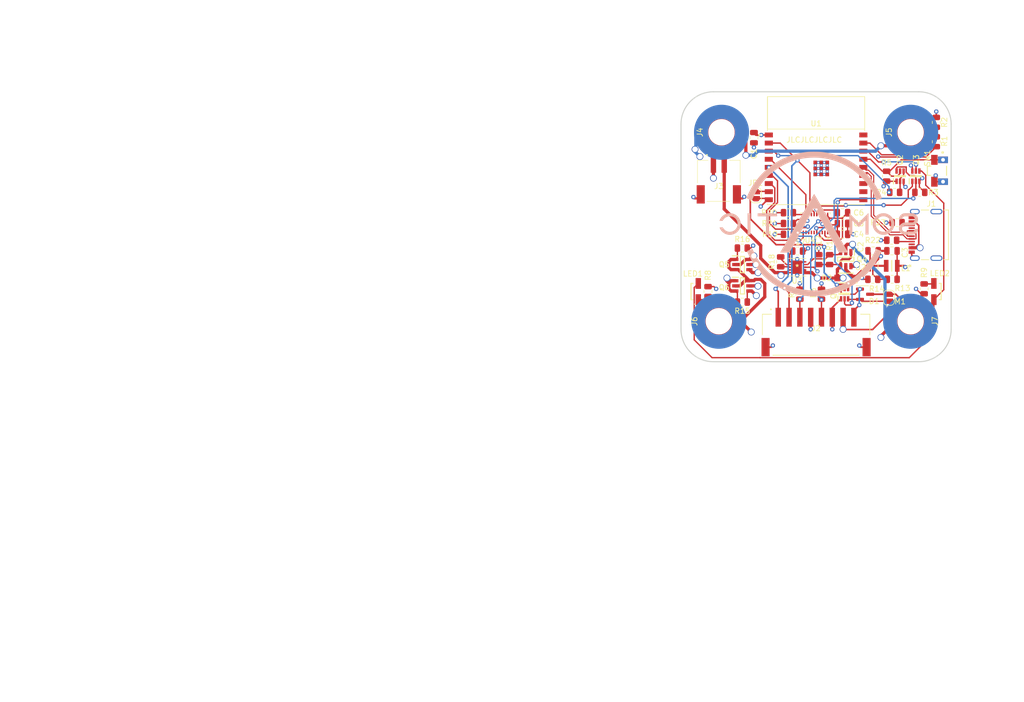
<source format=kicad_pcb>
(kicad_pcb (version 20221018) (generator pcbnew)
  (layers (0 "F.Cu" signal) (1 "In1.Cu" power) (2 "In2.Cu" power) (31 "B.Cu" signal) (34 "B.Paste" user) (35 "F.Paste" user) (36 "B.SilkS" user "B.Silkscreen") (37 "F.SilkS" user "F.Silkscreen") (38 "B.Mask" user) (39 "F.Mask" user) (44 "Edge.Cuts" user))
  (net 0 "")
  (net 1 "GND")
  (net 2 "/Eros Tracker Power & Battery/VIN")
  (net 3 "+3V3")
  (net 4 "Net-(U4-CAP)")
  (net 5 "Net-(U4-PS0{slash}WAKE)")
  (net 6 "/Eros Tracker Connectors/-EXT_MOTOR")
  (net 7 "Net-(M1--)")
  (net 8 "+BATT")
  (net 9 "/Eros Tracker Connectors/VBUS")
  (net 10 "Net-(J1-CC1)")
  (net 11 "/Eros Tracker Connectors/USB_D+")
  (net 12 "/Eros Tracker Connectors/USB_D-")
  (net 14 "Net-(J1-CC2)")
  (net 16 "/Eros Tracker Connectors/INT")
  (net 17 "/Eros Tracker BNO086 IMU/~{RESET}")
  (net 18 "/Eros Tracker BNO086 IMU/I2C_SDA")
  (net 19 "/Eros Tracker BNO086 IMU/I2C_SCL")
  (net 20 "/Eros Tracker Microcontroller/TACT_MOTOR0")
  (net 21 "Net-(U2-SW)")
  (net 22 "Net-(LED1-K)")
  (net 23 "Net-(LED1-A)")
  (net 24 "Net-(LED2-K)")
  (net 25 "/Eros Tracker Microcontroller/TACT_MOTOR1")
  (net 26 "Net-(Q2A-G1)")
  (net 27 "/Eros Tracker Microcontroller/~{BUTTON_INPUT}")
  (net 28 "/Eros Tracker Power & Battery/~{BAT_STAT_CHARGING}")
  (net 29 "/Eros Tracker Microcontroller/~{LED}")
  (net 30 "/Eros Tracker Connectors/VBUS_OUT")
  (net 31 "/Eros Tracker Power & Battery/~{BAT_STAT_CHRG_DONE}")
  (net 32 "/Eros Tracker Connectors/POWER_VIN2")
  (net 33 "/Eros Tracker Connectors/POWER_VIN1")
  (net 34 "Net-(U1-IO1)")
  (net 35 "/Eros Tracker Microcontroller/ENABLE_LATCH")
  (net 36 "Net-(U2-FB)")
  (net 37 "Net-(U3-PROG)")
  (net 38 "Net-(U3-THERM)")
  (net 39 "Net-(U4-~{BOOTN})")
  (net 40 "Net-(U4-ENV_SCL)")
  (net 41 "Net-(U4-ENV_SDA)")
  (net 42 "/Eros Tracker BNO086 IMU/INT")
  (footprint "Eros Tracker:2488x-NPTH" (layer "F.Cu") (at 147 122.5 -90)
    (fp_text reference "J6")
    (fp_text value "24881" hide)
  )
  (footprint "Resistor_SMD:R_0805_2012Metric" (layer "F.Cu") (at 159.8875 102.39814)
    (fp_text reference "R20")
    (fp_text value "2.2k")
  )
  (footprint "Jumper:SolderJumper-2_P1.3mm_Open_RoundedPad1.0x1.5mm" (layer "F.Cu") (at 153.8603 99.15 90)
    (fp_text reference "JP1")
    (fp_text value "BOOT")
  )
  (footprint "Capacitor_SMD:C_0805_2012Metric" (layer "F.Cu") (at 169.8875 102.39814)
    (fp_text reference "C6")
    (fp_text value "0.1uF")
  )
  (footprint "Eros Tracker:ESP32-C3-WROOM-02-N4-MODULE_ESP32-C3-WROOM-02-H4" (layer "F.Cu") (at 165 90.89814)
    (fp_text reference "U1")
    (fp_text value "ESP32-C3-WROOM-02-N4" hide)
  )
  (footprint "Capacitor_SMD:C_0805_2012Metric" (layer "F.Cu") (at 175.55 109.46812)
    (fp_text reference "C2")
    (fp_text value "4.7uF")
  )
  (footprint "Eros Tracker:APDA3020LVBCD" (layer "F.Cu") (at 188 117 -90)
    (fp_text reference "LED2")
    (fp_text value "APDA3020LVBC_D" hide)
  )
  (footprint "Eros Tracker:APDA3020LVBCD" (layer "F.Cu") (at 142 117 90)
    (fp_text reference "LED1")
    (fp_text value "APDA3020LVBC_D" hide)
  )
  (footprint "Resistor_SMD:R_0805_2012Metric" (layer "F.Cu") (at 167.5 111.0875 90)
    (fp_text reference "R11")
    (fp_text value "10k 1%")
  )
  (footprint "Resistor_SMD:R_0805_2012Metric" (layer "F.Cu") (at 187.25 89.2525 90)
    (fp_text reference "R1")
    (fp_text value "45k3 1%")
  )
  (footprint "Eros Tracker:SOT95P285X140-6N" (layer "F.Cu") (at 151.3525 115.95)
    (fp_text reference "Q6")
    (fp_text value "DMC1028UVT-7" hide)
  )
  (footprint "Eros Tracker:2488x-NPTH" (layer "F.Cu") (at 147.5 87.5 -90)
    (fp_text reference "J4")
    (fp_text value "24881" hide)
  )
  (footprint "Capacitor_SMD:C_0805_2012Metric" (layer "F.Cu") (at 169.8875 106.39814)
    (fp_text reference "C4")
    (fp_text value "0.1uF")
  )
  (footprint "Resistor_SMD:R_0805_2012Metric" (layer "F.Cu") (at 159.8875 106.39814)
    (fp_text reference "R19")
    (fp_text value "10k 1%")
  )
  (footprint "Resistor_SMD:R_0805_2012Metric" (layer "F.Cu") (at 178.0497 95.63 -90)
    (fp_text reference "R5")
    (fp_text value "10k 1%")
  )
  (footprint "Eros Tracker:S2BPHSM4TBLFSN" (layer "F.Cu") (at 147 96.5 180)
    (fp_text reference "J3")
    (fp_text value "S2B-PH-SM4-TB(LF)(SN)" hide)
  )
  (footprint "Resistor_SMD:R_0805_2012Metric" (layer "F.Cu") (at 179.08966 114.73406 180)
    (fp_text reference "R13")
    (fp_text value "45k3 1%")
  )
  (footprint "Resistor_SMD:R_0805_2012Metric" (layer "F.Cu") (at 161.587499 109.500001)
    (fp_text reference "R17")
    (fp_text value "835R")
  )
  (footprint "Eros Tracker:2488x-NPTH" (layer "F.Cu") (at 182.5 87.5 90)
    (fp_text reference "J5")
    (fp_text value "24881" hide)
  )
  (footprint "Eros Tracker:SOT95P285X140-6N" (layer "F.Cu") (at 170.5 111 -90)
    (fp_text reference "Q4")
    (fp_text value "DMP2240UDM-7" hide)
  )
  (footprint "Resistor_SMD:R_0805_2012Metric" (layer "F.Cu") (at 179 107.5 180)
    (fp_text reference "R22")
    (fp_text value "5k1")
  )
  (footprint "Eros Tracker:EVQ-9P701P" (layer "F.Cu") (at 187.6997 94.63 -90)
    (fp_text reference "SW1")
    (fp_text value "EVQ-P7A01P" hide)
  )
  (footprint "Resistor_SMD:R_0805_2012Metric" (layer "F.Cu") (at 187.25 85.6625 90)
    (fp_text reference "R2")
    (fp_text value "10k 1%")
  )
  (footprint "Jumper:SolderJumper-2_P1.3mm_Open_RoundedPad1.0x1.5mm" (layer "F.Cu") (at 178.5 118.15 -90)
    (fp_text reference "M1")
    (fp_text value "Motor_DC")
  )
  (footprint "Package_TO_SOT_SMD:SOT-23" (layer "F.Cu") (at 174.0625 117.5)
    (fp_text reference "D1")
    (fp_text value "BAT54C")
  )
  (footprint "Eros Tracker:TPS62A0xA-SOT-563" (layer "F.Cu") (at 175.50216 112.23406 -90)
    (fp_text reference "U2")
    (fp_text value "TPS62A01A" hide)
  )
  (footprint "Resistor_SMD:R_0805_2012Metric" (layer "F.Cu") (at 151.3525 118.95 180)
    (fp_text reference "R15")
    (fp_text value "10k 1%")
  )
  (footprint "Resistor_SMD:R_0805_2012Metric" (layer "F.Cu") (at 180 104.230642 180)
    (fp_text reference "R23")
    (fp_text value "5k1")
  )
  (footprint "Eros Tracker:SOT95P285X140-6N" (layer "F.Cu") (at 151.3525 112)
    (fp_text reference "Q5")
    (fp_text value "DMC1028UVT-7" hide)
  )
  (footprint "Resistor_SMD:R_0805_2012Metric" (layer "F.Cu") (at 175.50216 114.73406 180)
    (fp_text reference "R14")
    (fp_text value "10k 1%")
  )
  (footprint "Eros Tracker:2171790001_MOL" (layer "F.Cu") (at 186 106.5 90)
    (fp_text reference "J1")
    (fp_text value "2171790001")
  )
  (footprint "Eros Tracker:MCP73834-FCI-MF" (layer "F.Cu") (at 161.499999 112.500001 180)
    (fp_text reference "U3")
    (fp_text value "MCP73834-FCI/MF" hide)
  )
  (footprint "Resistor_SMD:R_0805_2012Metric" (layer "F.Cu") (at 185 116.5 -90)
    (fp_text reference "R9")
    (fp_text value "22R")
  )
  (footprint "Eros Tracker:S8BPHSM4TBLFSN" (layer "F.Cu") (at 165 125 180)
    (fp_text reference "J2")
    (fp_text value "S8B-PH-SM4-TB(LF)(SN)" hide)
  )
  (footprint "Capacitor_SMD:C_0805_2012Metric" (layer "F.Cu") (at 179.05 109.46812 180)
    (fp_text reference "C3")
    (fp_text value "22uF")
  )
  (footprint "Capacitor_SMD:C_0805_2012Metric" (layer "F.Cu") (at 169.8875 104.39814)
    (fp_text reference "C5")
    (fp_text value "0.1uF")
  )
  (footprint "Eros Tracker:SOT65P210X110-6N" (layer "F.Cu") (at 180.5497 95.63 90)
    (fp_text reference "Q2")
    (fp_text value "NX138BKSX" hide)
  )
  (footprint "Resistor_SMD:R_0805_2012Metric" (layer "F.Cu") (at 184.1997 98.63 180)
    (fp_text reference "R3")
    (fp_text value "100k")
  )
  (footprint "Resistor_SMD:R_0805_2012Metric" (layer "F.Cu") (at 151.3525 108.95)
    (fp_text reference "R16")
    (fp_text value "10k 1%")
  )
  (footprint "Resistor_SMD:R_0805_2012Metric" (layer "F.Cu") (at 162 117.5 -90)
    (fp_text reference "R7")
    (fp_text value "2.2k")
  )
  (footprint "Eros Tracker:SOT65P210X110-6N" (layer "F.Cu") (at 183.4697 95.63 90)
    (fp_text reference "Q3")
    (fp_text value "DMP31D7LDW-7" hide)
  )
  (footprint "Resistor_SMD:R_0805_2012Metric" (layer "F.Cu") (at 145 117 90)
    (fp_text reference "R8")
    (fp_text value "22R")
  )
  (footprint "Eros Tracker:2488x-NPTH" (layer "F.Cu") (at 182.5 122.5 90)
    (fp_text reference "J7")
    (fp_text value "24881" hide)
  )
  (footprint "Resistor_SMD:R_0805_2012Metric" (layer "F.Cu") (at 159.8875 104.39814)
    (fp_text reference "R21")
    (fp_text value "2.2k")
  )
  (footprint "Resistor_SMD:R_0805_2012Metric" (layer "F.Cu") (at 165.5 111.0875 90)
    (fp_text reference "R12")
    (fp_text value "10k 1%")
  )
  (footprint "Resistor_SMD:R_0805_2012Metric" (layer "F.Cu") (at 179.5497 98.63)
    (fp_text reference "R4")
    (fp_text value "100k")
  )
  (footprint "Capacitor_SMD:C_0805_2012Metric" (layer "F.Cu") (at 153.5 88.5 -90)
    (fp_text reference "C1")
    (fp_text value "0.1uF")
  )
  (footprint "Package_LGA:LGA-28_5.2x3.8mm_P0.5mm" (layer "F.Cu") (at 164.8875 104.39814 180)
    (fp_text reference "U4")
    (fp_text value "BNO086")
  )
  (footprint "Eros Tracker:SOT65P210X110-6N" (layer "F.Cu") (at 170.275 117.4 90)
    (fp_text reference "Q1")
    (fp_text value "NX138BKSX" hide)
  )
  (footprint "Resistor_SMD:R_0805_2012Metric" (layer "F.Cu") (at 158.45 111.500001 90)
    (fp_text reference "R18")
    (fp_text value "10k 1%")
  )
  (footprint "Resistor_SMD:R_0805_2012Metric" (layer "F.Cu") (at 166 117.5 -90)
    (fp_text reference "R6")
    (fp_text value "2.2k")
  )
  (footprint "Eros Tracker:SODFL3618X143N" (layer "F.Cu") (at 170.5 114.5 180)
    (fp_text reference "D2")
    (fp_text value "SS34FA" hide)
  )
  (footprint "Eros Tracker:DFE2HCAH1R0MJ0L" (layer "F.Cu") (at 179.00216 112.23406)
    (fp_text reference "L1")
    (fp_text value "1uH" hide)
  )
  (footprint "Eros Tracker:10mmDisc" (layer "B.Cu") (at 182.5 87.5)
    (fp_text reference "J9" hide)
    (fp_text value "~")
  )
  (footprint "Eros Tracker:10mmDisc" (layer "B.Cu") (at 182.5 122.5 90)
    (fp_text reference "J8" hide)
    (fp_text value "~")
  )
  (footprint "Eros Tracker:10mmDisc" (layer "B.Cu") (at 147.5 87.5 90)
    (fp_text reference "J11" hide)
    (fp_text value "~")
  )
  (footprint "LOGO" (layer "B.Cu") (at 164.8875 104.39814 180)
    (fp_text reference "G***" hide)
    (fp_text value "LOGO" hide)
  )
  (footprint "Eros Tracker:10mmDisc" (layer "B.Cu") (at 147 122.5 -90)
    (fp_text reference "J10" hide)
    (fp_text value "~")
  )
  (gr_line (start 146 80) (end 184 80) (stroke (width 0.2)) (layer "Edge.Cuts"))
  (gr_arc (start 146 130) (mid 141.757359 128.242641) (end 140 124) (stroke (width 0.2)) (layer "Edge.Cuts"))
  (gr_arc (start 190 124) (mid 188.242641 128.242641) (end 184 130) (stroke (width 0.2)) (layer "Edge.Cuts"))
  (gr_arc (start 140 86) (mid 141.757359 81.757359) (end 146 80) (stroke (width 0.2)) (layer "Edge.Cuts"))
  (gr_arc (start 184 80) (mid 188.242641 81.757359) (end 190 86) (stroke (width 0.2)) (layer "Edge.Cuts"))
  (gr_line (start 184 130) (end 146 130) (stroke (width 0.2)) (layer "Edge.Cuts"))
  (gr_line (start 190 86) (end 190 124) (stroke (width 0.2)) (layer "Edge.Cuts"))
  (gr_line (start 140 124) (end 140 86) (stroke (width 0.2)) (layer "Edge.Cuts"))
  (gr_text "JLCJLCJLCJLC" (at 164.65 88.9) (layer "F.SilkS") (effects (font (size 1 1))))
  (segment (start 182.696801 103.300001) (end 182.696801 102.754999) (width 0.3) (layer "F.Cu") (net 1))
  (segment (start 156.7 127.3) (end 157 127) (width 0.3) (layer "F.Cu") (net 1))
  (segment (start 155.65 127.3) (end 156.7 127.3) (width 0.3) (layer "F.Cu") (net 1))
  (segment (start 156.00358 99.99642) (end 154.75 101.25) (width 0.3) (layer "F.Cu") (net 1))
  (segment (start 176.5 111) (end 176 111.5) (width 0.35) (layer "F.Cu") (net 1))
  (segment (start 158.45 110.935824) (end 158.45 110.587501) (width 0.25) (layer "F.Cu") (net 1))
  (segment (start 179.0875 104.230642) (end 178 104.230642) (width 0.3) (layer "F.Cu") (net 1))
  (segment (start 184.4125 117.4125) (end 183.5 116.5) (width 0.25) (layer "F.Cu") (net 1))
  (segment (start 182.696801 102.754999) (end 183.2718 102.18) (width 0.3) (layer "F.Cu") (net 1))
  (segment (start 178.1 109.46812) (end 176.5 109.46812) (width 0.4) (layer "F.Cu") (net 1))
  (segment (start 177.91 96.5425) (end 177.91 97.09) (width 0.25) (layer "F.Cu") (net 1))
  (segment (start 162.5 111.5) (end 161.499999 112.500001) (width 0.25) (layer "F.Cu") (net 1))
  (segment (start 165.5 110.175) (end 165.5 109) (width 0.25) (layer "F.Cu") (net 1))
  (segment (start 178.0872 96.58) (end 178.0497 96.5425) (width 0.25) (layer "F.Cu") (net 1))
  (segment (start 168 121.75) (end 168 119.975) (width 0.3) (layer "F.Cu") (net 1))
  (segment (start 165.164963 105.14814) (end 167.275 105.14814) (width 0.25) (layer "F.Cu") (net 1))
  (segment (start 170.8375 106.39814) (end 171.8875 106.39814) (width 0.25) (layer "F.Cu") (net 1))
  (segment (start 160.102999 112.000002) (end 159.514178 112.000002) (width 0.25) (layer "F.Cu") (net 1))
  (segment (start 170.925 115.575) (end 171 115.5) (width 0.25) (layer "F.Cu") (net 1))
  (segment (start 185 117.4125) (end 184.4125 117.4125) (width 0.25) (layer "F.Cu") (net 1))
  (segment (start 187.25 84.75) (end 187.25 83.6625) (width 0.3) (layer "F.Cu") (net 1))
  (segment (start 161 112.000002) (end 161.499999 112.500001) (width 0.25) (layer "F.Cu") (net 1))
  (segment (start 156.25224 99.99642) (end 156.00358 99.99642) (width 0.3) (layer "F.Cu") (net 1))
  (segment (start 179.8997 96.58) (end 178.0872 96.58) (width 0.25) (layer "F.Cu") (net 1))
  (segment (start 174.58966 114.73406) (end 173.76594 114.73406) (width 0.25) (layer "F.Cu") (net 1))
  (segment (start 173.3 127.3) (end 173 127) (width 0.3) (layer "F.Cu") (net 1))
  (segment (start 153.5 89.25) (end 153.5 90.3) (width 0.25) (layer "F.Cu") (net 1))
  (segment (start 168 119.975) (end 169.625 118.35) (width 0.3) (layer "F.Cu") (net 1))
  (segment (start 176.5 109.96812) (end 177 110.46812) (width 0.4) (layer "F.Cu") (net 1))
  (segment (start 182.696801 109.700001) (end 182.696801 110.245001) (width 0.3) (layer "F.Cu") (net 1))
  (segment (start 165.041333 105.489973) (end 165.1375 105.58614) (width 0.25) (layer "F.Cu") (net 1))
  (segment (start 163.1375 104.14814) (end 163.3875 103.89814) (width 0.25) (layer "F.Cu") (net 1))
  (segment (start 146.0875 116.0875) (end 146.5 116.5) (width 0.25) (layer "F.Cu") (net 1))
  (segment (start 151.693 99.45) (end 151.393 99.75) (width 0.4) (layer "F.Cu") (net 1))
  (segment (start 142.55 99.75) (end 143.65 99.75) (width 0.4) (layer "F.Cu") (net 1))
  (segment (start 165.041333 105.27177) (end 165.164963 105.14814) (width 0.25) (layer "F.Cu") (net 1))
  (segment (start 146 93.25) (end 146 96) (width 0.6) (layer "F.Cu") (net 1))
  (segment (start 174.35 127.3) (end 173.3 127.3) (width 0.3) (layer "F.Cu") (net 1))
  (segment (start 145 116.0875) (end 146.0875 116.0875) (width 0.25) (layer "F.Cu") (net 1))
  (segment (start 162.999999 109.500001) (end 163.499999 109.000001) (width 0.25) (layer "F.Cu") (net 1))
  (segment (start 152.265 108.95) (end 152.9025 108.95) (width 0.25) (layer "F.Cu") (net 1))
  (segment (start 162.5 104.14814) (end 163.1375 104.14814) (width 0.25) (layer "F.Cu") (net 1))
  (segment (start 165.041333 105.27177) (end 165.041333 105.489973) (width 0.25) (layer "F.Cu") (net 1))
  (segment (start 151.393 99.75) (end 150.35 99.75) (width 0.4) (layer "F.Cu") (net 1))
  (segment (start 170.925 116.45) (end 170.925 115.575) (width 0.25) (layer "F.Cu") (net 1))
  (segment (start 142.3 99.5) (end 142.55 99.75) (width 0.4) (layer "F.Cu") (net 1))
  (segment (start 152.6525 112) (end 153.8525 112) (width 0.6) (layer "F.Cu") (net 1))
  (segment (start 178.0875 107.5) (end 178 107.5) (width 0.3) (layer "F.Cu") (net 1))
  (segment (start 161.499999 112.500001) (end 161.499999 111.000001) (width 0.25) (layer "F.Cu") (net 1))
  (segment (start 170.8375 106.39814) (end 170.8375 104.39814) (width 0.25) (layer "F.Cu") (net 1))
  (segment (start 162.896999 111.5) (end 162.5 111.5) (width 0.25) (layer "F.Cu") (net 1))
  (segment (start 176.5 109.46812) (end 176.5 111) (width 0.4) (layer "F.Cu") (net 1))
  (segment (start 160.102999 112.000002) (end 161 112.000002) (width 0.25) (layer "F.Cu") (net 1))
  (segment (start 162.499999 109.500001) (end 162.999999 109.500001) (width 0.25) (layer "F.Cu") (net 1))
  (segment (start 154.2 115.95) (end 152.6525 115.95) (width 0.6) (layer "F.Cu") (net 1))
  (segment (start 177.91 97.09) (end 177.5 97.5) (width 0.25) (layer "F.Cu") (net 1))
  (segment (start 168 121.75) (end 168 124) (width 0.4) (layer "F.Cu") (net 1))
  (segment (start 154.25 116) (end 154.2 115.95) (width 0.6) (layer "F.Cu") (net 1))
  (segment (start 173.76594 114.73406) (end 173.5 114.46812) (width 0.25) (layer "F.Cu") (net 1))
  (segment (start 153.8603 99.74778) (end 156.0036 99.74778) (width 0.25) (layer "F.Cu") (net 1))
  (segment (start 176.5 109.46812) (end 176.5 109.96812) (width 0.4) (layer "F.Cu") (net 1))
  (segment (start 165.1375 105.58614) (end 165.1375 106.06064) (width 0.25) (layer "F.Cu") (net 1))
  (segment (start 182.696801 110.245001) (end 183.2718 110.82) (width 0.3) (layer "F.Cu") (net 1))
  (segment (start 156.0036 99.74778) (end 156.25224 99.99642) (width 0.25) (layer "F.Cu") (net 1))
  (segment (start 178 107.5) (end 177 107.5) (width 0.3) (layer "F.Cu") (net 1))
  (segment (start 159.514178 112.000002) (end 158.45 110.935824) (width 0.25) (layer "F.Cu") (net 1))
  (segment (start 161.499999 112.500001) (end 161.499999 114.000001) (width 0.25) (layer "F.Cu") (net 1))
  (segment (start 152.9025 108.95) (end 153.3525 108.5) (width 0.25) (layer "F.Cu") (net 1))
  (via (at 177.5 97.5) (size 0.8) (drill 0.4) (layers "F.Cu" "B.Cu") (net 1))
  (via (at 153.3525 108.5) (size 0.8) (drill 0.4) (layers "F.Cu" "B.Cu") (net 1))
  (via (at 142.598751 90.656034) (size 1.26) (drill 1) (layers "F.Cu" "B.Cu") (net 1))
  (via (at 153.5 90.3) (size 0.8) (drill 0.4) (layers "F.Cu" "B.Cu") (net 1))
  (via (at 171 115.5) (size 0.8) (drill 0.4) (layers "F.Cu" "B.Cu") (net 1))
  (via (at 187.25 83.6625) (size 0.8) (drill 0.4) (layers "F.Cu" "B.Cu") (net 1))
  (via (at 154.75 101.25) (size 0.8) (drill 0.4) (layers "F.Cu" "B.Cu") (net 1))
  (via (at 161.499999 114.000001) (size 0.8) (drill 0.4) (layers "F.Cu" "B.Cu") (net 1))
  (via (at 146.5 116.5) (size 0.8) (drill 0.4) (layers "F.Cu" "B.Cu") (net 1))
  (via (at 146 96) (size 1.26) (drill 1) (layers "F.Cu" "B.Cu") (net 1))
  (via (at 171.8875 106.39814) (size 0.8) (drill 0.4) (layers "F.Cu" "B.Cu") (net 1))
  (via (at 173.5 114.46812) (size 0.8) (drill 0.4) (layers "F.Cu" "B.Cu") (net 1))
  (via (at 163.499999 109.000001) (size 0.8) (drill 0.4) (layers "F.Cu" "B.Cu") (net 1))
  (via (at 153.8525 112) (size 1.26) (drill 1) (layers "F.Cu" "B.Cu") (net 1))
  (via (at 143.5 92) (size 1.26) (drill 1) (layers "F.Cu" "B.Cu") (net 1))
  (via (at 165.041333 105.27177) (size 0.8) (drill 0.4) (layers "F.Cu" "B.Cu") (net 1))
  (via (at 163.3875 103.89814) (size 0.8) (drill 0.4) (layers "F.Cu" "B.Cu") (net 1))
  (via (at 165.5 109) (size 0.8) (drill 0.4) (layers "F.Cu" "B.Cu") (net 1))
  (via (at 161.499999 111.000001) (size 0.8) (drill 0.4) (layers "F.Cu" "B.Cu") (net 1))
  (via (at 142.3 99.5) (size 0.8) (drill 0.4) (layers "F.Cu" "B.Cu") (net 1))
  (via (at 154.25 116) (size 1.26) (drill 1) (layers "F.Cu" "B.Cu") (net 1))
  (via (at 173 127) (size 0.8) (drill 0.4) (layers "F.Cu" "B.Cu") (net 1))
  (via (at 183.5 116.5) (size 0.8) (drill 0.4) (layers "F.Cu" "B.Cu") (net 1))
  (via (at 151.693 99.45) (size 0.8) (drill 0.4) (layers "F.Cu" "B.Cu") (net 1))
  (via (at 177 107.5) (size 0.8) (drill 0.4) (layers "F.Cu" "B.Cu") (net 1))
  (via (at 177 110.46812) (size 0.8) (drill 0.4) (layers "F.Cu" "B.Cu") (net 1))
  (via (at 157 127) (size 0.8) (drill 0.4) (layers "F.Cu" "B.Cu") (net 1))
  (via (at 168 124) (size 0.8) (drill 0.4) (layers "F.Cu" "B.Cu") (net 1))
  (via (at 178 104.230642) (size 0.8) (drill 0.4) (layers "F.Cu" "B.Cu") (net 1))
  (segment (start 142.75 87.5) (end 142.75 90.504785) (width 0.6) (layer "B.Cu") (net 1))
  (segment (start 142.598751 91.098751) (end 143.5 92) (width 0.6) (layer "B.Cu") (net 1))
  (segment (start 142.598751 90.656034) (end 142.598751 91.098751) (width 0.6) (layer "B.Cu") (net 1))
  (segment (start 170.5 112.95) (end 170.5 112.3) (width 0.6) (layer "F.Cu") (net 2))
  (segment (start 175.00432 111.5) (end 175.00432 111.54568) (width 0.3) (layer "F.Cu") (net 2))
  (segment (start 174.6 109.46812) (end 175 109.86812) (width 0.3) (layer "F.Cu") (net 2))
  (segment (start 172.05 114.5) (end 170.5 112.95) (width 0.6) (layer "F.Cu") (net 2))
  (segment (start 175.00432 112.96812) (end 173.58188 112.96812) (width 0.3) (layer "F.Cu") (net 2))
  (segment (start 175 109.86812) (end 175 111.5) (width 0.3) (layer "F.Cu") (net 2))
  (segment (start 175.00432 111.54568) (end 173.58188 112.96812) (width 0.3) (layer "F.Cu") (net 2))
  (segment (start 173.58188 112.96812) (end 172.05 114.5) (width 0.4) (layer "F.Cu") (net 2))
  (segment (start 162 116.5875) (end 162 115.5) (width 0.25) (layer "F.Cu") (net 3))
  (segment (start 182.8197 94.68) (end 182.8197 93.9) (width 0.25) (layer "F.Cu") (net 3))
  (segment (start 184.6397 96) (end 184.1197 96.52) (width 0.25) (layer "F.Cu") (net 3))
  (segment (start 188.4997 96.655) (end 186.8997 96.655) (width 0.25) (layer "F.Cu") (net 3))
  (segment (start 184.1197 97.6375) (end 185.1122 98.63) (width 0.25) (layer "F.Cu") (net 3))
  (segment (start 164 121.75) (end 164 124) (width 0.4) (layer "F.Cu") (net 3))
  (segment (start 166.175086 104.49364) (end 166.329586 104.64814) (width 0.25) (layer "F.Cu") (net 3))
  (segment (start 168.9375 104.39814) (end 168.6875 104.64814) (width 0.25) (layer "F.Cu") (net 3))
  (segment (start 165.1375 102.73564) (end 165.1375 101.860792) (width 0.25) (layer "F.Cu") (net 3))
  (segment (start 158.975 102.39814) (end 157.3875 102.39814) (width 0.25) (layer "F.Cu") (net 3))
  (segment (start 166 116.5875) (end 166 115.5) (width 0.25) (layer "F.Cu") (net 3))
  (segment (start 186.8997 95.74) (end 187.1397 95.5) (width 0.25) (layer "F.Cu") (net 3))
  (segment (start 166.6375 106.06064) (end 166.6375 106.64814) (width 0.25) (layer "F.Cu") (net 3))
  (segment (start 158.975 106.39814) (end 157.3875 106.39814) (width 0.25) (layer "F.Cu") (net 3))
  (segment (start 153.5 87.55) (end 153.5 87.68748) (width 0.25) (layer "F.Cu") (net 3))
  (segment (start 165.1375 101.860792) (end 165.080752 101.804044) (width 0.25) (layer "F.Cu") (net 3))
  (segment (start 166.98936 107) (end 168.33564 107) (width 0.25) (layer "F.Cu") (net 3))
  (segment (start 181.1997 96.58) (end 181.1997 97.28) (width 0.25) (layer "F.Cu") (net 3))
  (segment (start 168.33564 107) (end 168.9375 106.39814) (width 0.25) (layer "F.Cu") (net 3))
  (segment (start 168.9375 106.39814) (end 168.9375 104.39814) (width 0.25) (layer "F.Cu") (net 3))
  (segment (start 154.81252 88.04778) (end 154.8603 88) (width 0.3) (layer "F.Cu") (net 3))
  (segment (start 153.5 87.68748) (end 153.8603 88.04778) (width 0.25) (layer "F.Cu") (net 3))
  (segment (start 180.02716 112.23406) (end 181.26594 112.23406) (width 0.4) (layer "F.Cu") (net 3))
  (segment (start 153.8603 88.04778) (end 154.81252 88.04778) (width 0.3) (layer "F.Cu") (net 3))
  (segment (start 158.975 104.39814) (end 157.3875 104.39814) (width 0.25) (layer "F.Cu") (net 3))
  (segment (start 166.6375 106.64814) (end 166.98936 107) (width 0.25) (layer "F.Cu") (net 3))
  (segment (start 184.1197 96.52) (end 184.1197 96.58) (width 0.25) (layer "F.Cu") (net 3))
  (segment (start 180 109.46812) (end 180 114.7319) (width 0.25) (layer "F.Cu") (net 3))
  (segment (start 180 114.7319) (end 180.00216 114.73406) (width 0.25) (layer "F.Cu") (net 3))
  (segment (start 182.8197 93.9) (end 182.5497 93.63) (width 0.25) (layer "F.Cu") (net 3))
  (segment (start 168.6875 104.64814) (end 167.275 104.64814) (width 0.25) (layer "F.Cu") (net 3))
  (segment (start 156.25224 88) (end 154.8603 88) (width 0.3) (layer "F.Cu") (net 3))
  (segment (start 166.329586 104.64814) (end 167.275 104.64814) (width 0.25) (layer "F.Cu") (net 3))
  (segment (start 181.1997 97.28) (end 181.5497 97.63) (width 0.25) (layer "F.Cu") (net 3))
  (segment (start 186.8997 96.655) (end 186.8997 95.74) (width 0.25) (layer "F.Cu") (net 3))
  (segment (start 181.26594 112.23406) (end 181.5 112.46812) (width 0.4) (layer "F.Cu") (net 3))
  (segment (start 184.1197 96.58) (end 184.1197 97.6375) (width 0.25) (layer "F.Cu") (net 3))
  (via (at 164 124) (size 0.8) (drill 0.4) (layers "F.Cu" "B.Cu") (net 3))
  (via (at 181.5497 97.63) (size 0.8) (drill 0.4) (layers "F.Cu" "B.Cu") (net 3))
  (via (at 182.5497 93.63) (size 0.8) (drill 0.4) (layers "F.Cu" "B.Cu") (net 3))
  (via (at 165.080752 101.804044) (size 0.8) (drill 0.4) (layers "F.Cu" "B.Cu") (net 3))
  (via (at 162 115.5) (size 0.8) (drill 0.4) (layers "F.Cu" "B.Cu") (net 3))
  (via (at 184.6397 96) (size 0.8) (drill 0.4) (layers "F.Cu" "B.Cu") (net 3))
  (via (at 181.5 112.46812) (size 0.8) (drill 0.4) (layers "F.Cu" "B.Cu") (net 3))
  (via (at 166.175086 104.49364) (size 0.8) (drill 0.4) (layers "F.Cu" "B.Cu") (net 3))
  (via (at 154.8603 88) (size 0.8) (drill 0.4) (layers "F.Cu" "B.Cu") (net 3))
  (via (at 187.1397 95.5) (size 0.8) (drill 0.4) (layers "F.Cu" "B.Cu") (net 3))
  (via (at 157.3603 102.39814) (size 0.8) (drill 0.4) (layers "F.Cu" "B.Cu") (net 3))
  (via (at 166 115.5) (size 0.8) (drill 0.4) (layers "F.Cu" "B.Cu") (net 3))
  (via (at 157.3603 104.39814) (size 0.8) (drill 0.4) (layers "F.Cu" "B.Cu") (net 3))
  (via (at 157.3603 106.39814) (size 0.8) (drill 0.4) (layers "F.Cu" "B.Cu") (net 3))
  (segment (start 168.4375 101.89814) (end 168.9375 102.39814) (width 0.25) (layer "F.Cu") (net 4))
  (segment (start 165.8875 101.89814) (end 168.4375 101.89814) (width 0.25) (layer "F.Cu") (net 4))
  (segment (start 165.6375 102.14814) (end 165.8875 101.89814) (width 0.25) (layer "F.Cu") (net 4))
  (segment (start 165.6375 102.73564) (end 165.6375 102.14814) (width 0.25) (layer "F.Cu") (net 4))
  (segment (start 169.8875 107) (end 169.8875 103.48814) (width 0.25) (layer "F.Cu") (net 5))
  (segment (start 169.8875 103.48814) (end 169.8175 103.41814) (width 0.25) (layer "F.Cu") (net 5))
  (segment (start 169.8175 103.41814) (end 167.505 103.41814) (width 0.25) (layer "F.Cu") (net 5))
  (segment (start 165.6375 106.06064) (end 165.6375 106.64814) (width 0.25) (layer "F.Cu") (net 5))
  (segment (start 167.1375 103.05064) (end 167.1375 102.73564) (width 0.25) (layer "F.Cu") (net 5))
  (segment (start 167.505 103.41814) (end 167.1375 103.05064) (width 0.25) (layer "F.Cu") (net 5))
  (segment (start 166.48936 107.5) (end 169.3875 107.5) (width 0.25) (layer "F.Cu") (net 5))
  (segment (start 170.8375 102.39814) (end 169.8175 103.41814) (width 0.25) (layer "F.Cu") (net 5))
  (segment (start 167.505 103.41814) (end 167.275 103.64814) (width 0.25) (layer "F.Cu") (net 5))
  (segment (start 165.6375 106.64814) (end 166.48936 107.5) (width 0.25) (layer "F.Cu") (net 5))
  (segment (start 169.3875 107.5) (end 169.8875 107) (width 0.25) (layer "F.Cu") (net 5))
  (segment (start 172 120.5) (end 173 119.5) (width 0.3) (layer "F.Cu") (net 6))
  (segment (start 169.625 116.45) (end 169.625 117.2) (width 0.25) (layer "F.Cu") (net 6))
  (segment (start 172 121.75) (end 172 120.5) (width 0.3) (layer "F.Cu") (net 6))
  (segment (start 172.175 117.5) (end 173.125 116.55) (width 0.25) (layer "F.Cu") (net 6))
  (segment (start 169.925 117.5) (end 172.175 117.5) (width 0.25) (layer "F.Cu") (net 6))
  (segment (start 169.625 117.2) (end 169.925 117.5) (width 0.25) (layer "F.Cu") (net 6))
  (via (at 173.125 116.55) (size 0.8) (drill 0.4) (layers "F.Cu" "B.Cu") (net 6))
  (via (at 173 119.5) (size 0.8) (drill 0.4) (layers "F.Cu" "B.Cu") (net 6))
  (segment (start 173 116.675) (end 173.125 116.55) (width 0.3) (layer "B.Cu") (net 6))
  (segment (start 173 119.5) (end 173 116.675) (width 0.3) (layer "B.Cu") (net 6))
  (segment (start 171.025 118.45) (end 170.925 118.35) (width 0.25) (layer "F.Cu") (net 7))
  (segment (start 173.125 118.45) (end 173.475 118.8) (width 0.25) (layer "F.Cu") (net 7))
  (segment (start 173.125 118.45) (end 171.025 118.45) (width 0.25) (layer "F.Cu") (net 7))
  (segment (start 173.475 118.8) (end 178.5 118.8) (width 0.25) (layer "F.Cu") (net 7))
  (segment (start 180.25 119.25) (end 175.46 124.04) (width 0.3) (layer "F.Cu") (net 8))
  (segment (start 160.102999 113.500002) (end 159.500002 113.500002) (width 0.3) (layer "F.Cu") (net 8))
  (segment (start 172.2 112.3) (end 172.5 112) (width 0.6) (layer "F.Cu") (net 8))
  (segment (start 170 124) (end 170 121.75) (width 0.6) (layer "F.Cu") (net 8))
  (segment (start 154.75 108.472709) (end 148 101.722709) (width 0.6) (layer "F.Cu") (net 8))
  (segment (start 178.5 117.5) (end 175 117.5) (width 0.3) (layer "F.Cu") (net 8))
  (segment (start 160 113) (end 159.5 113.5) (width 0.3) (layer "F.Cu") (net 8))
  (segment (start 154.75 110.85) (end 154.75 108.472709) (width 0.6) (layer "F.Cu") (net 8))
  (segment (start 176.5 92) (end 176.5736 92.0736) (width 0.25) (layer "F.Cu") (net 8))
  (segment (start 179.75 117.5) (end 180.25 118) (width 0.3) (layer "F.Cu") (net 8))
  (segment (start 160.102999 113) (end 160 113) (width 0.25) (layer "F.Cu") (net 8))
  (segment (start 159.500002 113.500002) (end 159.5 113.5) (width 0.3) (layer "F.Cu") (net 8))
  (segment (start 171.45 112.3) (end 172.2 112.3) (width 0.6) (layer "F.Cu") (net 8))
  (segment (start 170.04 124.04) (end 170 124) (width 0.78) (layer "F.Cu") (net 8))
  (segment (start 175.46 124.04) (end 170.04 124.04) (width 0.3) (layer "F.Cu") (net 8))
  (segment (start 148 101.722709) (end 148 93.25) (width 0.6) (layer "F.Cu") (net 8))
  (segment (start 185.3414 92.0736) (end 187.25 90.165) (width 0.25) (layer "F.Cu") (net 8))
  (segment (start 157.4 113.5) (end 154.75 110.85) (width 0.6) (layer "F.Cu") (net 8))
  (segment (start 157.955759 113.5) (end 158 113.5) (width 0.6) (layer "F.Cu") (net 8))
  (segment (start 158 113.5) (end 158.5 114) (width 0.6) (layer "F.Cu") (net 8))
  (segment (start 178.5 117.5) (end 179.75 117.5) (width 0.3) (layer "F.Cu") (net 8))
  (segment (start 159.5 113.5) (end 157.955759 113.5) (width 0.6) (layer "F.Cu") (net 8))
  (segment (start 157.955759 113.5) (end 157.4 113.5) (width 0.6) (layer "F.Cu") (net 8))
  (segment (start 180.25 118) (end 180.25 119.25) (width 0.3) (layer "F.Cu") (net 8))
  (segment (start 176.5736 92.0736) (end 185.3414 92.0736) (width 0.25) (layer "F.Cu") (net 8))
  (via (at 170 124) (size 1.26) (drill 1) (layers "F.Cu" "B.Cu") (net 8))
  (via (at 176.5 92) (size 0.8) (drill 0.4) (layers "F.Cu" "B.Cu") (net 8))
  (via (at 158.5 114) (size 1.26) (drill 1) (layers "F.Cu" "B.Cu") (net 8))
  (via (at 172.5 112) (size 1.26) (drill 1) (layers "F.Cu" "B.Cu") (net 8))
  (segment (start 165.225301 114.5) (end 164.225303 113.500002) (width 0.6) (layer "F.Cu") (net 9))
  (segment (start 165.225301 114.5) (end 168.95 114.5) (width 0.6) (layer "F.Cu") (net 9))
  (segment (start 169.865 111) (end 171.135 111) (width 0.4) (layer "F.Cu") (net 9))
  (segment (start 162.896999 113.500002) (end 162.896999 113) (width 0.4) (layer "F.Cu") (net 9))
  (segment (start 164.225303 113.500002) (end 162.896999 113.500002) (width 0.6) (layer "F.Cu") (net 9))
  (segment (start 152.265 117.2875) (end 152.6525 116.9) (width 0.25) (layer "F.Cu") (net 9))
  (segment (start 168.95 114.5) (end 170 114.5) (width 0.6) (layer "F.Cu") (net 9))
  (segment (start 184.25 108.895059) (end 182.701742 108.895059) (width 0.6) (layer "F.Cu") (net 9))
  (segment (start 183.330761 104.1) (end 182.696801 104.1) (width 0.3) (layer "F.Cu") (net 9))
  (segment (start 169.55 111.315) (end 169.865 111) (width 0.4) (layer "F.Cu") (net 9))
  (segment (start 183.330642 108.9) (end 184 108.230642) (width 0.3) (layer "F.Cu") (net 9))
  (segment (start 153.0905 116.9) (end 152.6525 116.9) (width 0.6) (layer "F.Cu") (net 9))
  (segment (start 167.5 112) (end 169.25 112) (width 0.25) (layer "F.Cu") (net 9))
  (segment (start 182.696801 108.9) (end 183.330642 108.9) (width 0.3) (layer "F.Cu") (net 9))
  (segment (start 153.9405 117.75) (end 153.0905 116.9) (width 0.6) (layer "F.Cu") (net 9))
  (segment (start 184 104.769239) (end 183.330761 104.1) (width 0.3) (layer "F.Cu") (net 9))
  (segment (start 171.45 110.685) (end 171.45 109.7) (width 0.4) (layer "F.Cu") (net 9))
  (segment (start 153.2025 113.5) (end 152.6525 112.95) (width 0.6) (layer "F.Cu") (net 9))
  (segment (start 168.95 112.9) (end 169.55 112.3) (width 0.6) (layer "F.Cu") (net 9))
  (segment (start 169.25 112) (end 169.55 112.3) (width 0.25) (layer "F.Cu") (net 9))
  (segment (start 171.135 111) (end 171.45 110.685) (width 0.4) (layer "F.Cu") (net 9))
  (segment (start 184 108.230642) (end 184 104.769239) (width 0.3) (layer "F.Cu") (net 9))
  (segment (start 154.25 113.5) (end 153.2025 113.5) (width 0.6) (layer "F.Cu") (net 9))
  (segment (start 165.5 112) (end 167.5 112) (width 0.25) (layer "F.Cu") (net 9))
  (segment (start 168.95 114.5) (end 168.95 112.9) (width 0.6) (layer "F.Cu") (net 9))
  (segment (start 152.265 118.95) (end 152.265 117.2875) (width 0.25) (layer "F.Cu") (net 9))
  (segment (start 182.701742 108.895059) (end 182.696801 108.9) (width 0.6) (layer "F.Cu") (net 9))
  (segment (start 169.55 112.3) (end 169.55 111.315) (width 0.4) (layer "F.Cu") (net 9))
  (via (at 170 114.5) (size 1.26) (drill 1) (layers "F.Cu" "B.Cu") (net 9))
  (via (at 153.9405 117.75) (size 1.26) (drill 1) (layers "F.Cu" "B.Cu") (net 9))
  (via (at 165.225301 114.5) (size 1.26) (drill 1) (layers "F.Cu" "B.Cu") (net 9))
  (via (at 154.25 113.5) (size 1.26) (drill 1) (layers "F.Cu" "B.Cu") (net 9))
  (via (at 184.25 108.895059) (size 1.26) (drill 1) (layers "F.Cu" "B.Cu") (net 9))
  (segment (start 182.696801 107.75) (end 180.1625 107.75) (width 0.25) (layer "F.Cu") (net 10))
  (segment (start 180.1625 107.75) (end 179.9125 107.5) (width 0.25) (layer "F.Cu") (net 10))
  (segment (start 181.925301 105.749941) (end 181.895301 105.779941) (width 0.2) (layer "F.Cu") (net 11))
  (segment (start 175.660707 102.842507) (end 178.8182 106) (width 0.2) (layer "F.Cu") (net 11))
  (segment (start 178.8182 106) (end 181.209551 106) (width 0.2) (layer "F.Cu") (net 11))
  (segment (start 181.209551 106) (end 181.959551 106.75) (width 0.2) (layer "F.Cu") (net 11))
  (segment (start 175.660707 95.482207) (end 175.660707 102.842507) (width 0.2) (layer "F.Cu") (net 11))
  (segment (start 181.895301 105.779941) (end 181.895301 106.72) (width 0.2) (layer "F.Cu") (net 11))
  (segment (start 181.895301 106.72) (end 181.925301 106.75) (width 0.2) (layer "F.Cu") (net 11))
  (segment (start 174.701009 94.522509) (end 175.660707 95.482207) (width 0.2) (layer "F.Cu") (net 11))
  (segment (start 181.959551 106.75) (end 182.696801 106.75) (width 0.2) (layer "F.Cu") (net 11))
  (segment (start 181.925301 106.75) (end 182.696801 106.75) (width 0.2) (layer "F.Cu") (net 11))
  (segment (start 182.696801 105.749941) (end 181.925301 105.749941) (width 0.2) (layer "F.Cu") (net 11))
  (segment (start 174.273329 94.522509) (end 174.701009 94.522509) (width 0.2) (layer "F.Cu") (net 11))
  (segment (start 173.74776 93.99694) (end 174.273329 94.522509) (width 0.2) (layer "F.Cu") (net 11))
  (segment (start 182.696801 107.24994) (end 183.468301 107.24994) (width 0.2) (layer "F.Cu") (net 12))
  (segment (start 174.514611 94.972511) (end 175.210707 95.668607) (width 0.2) (layer "F.Cu") (net 12))
  (segment (start 174.273329 94.972511) (end 174.514611 94.972511) (width 0.2) (layer "F.Cu") (net 12))
  (segment (start 183.498301 106.28) (end 183.468301 106.25) (width 0.2) (layer "F.Cu") (net 12))
  (segment (start 173.74776 95.49808) (end 174.273329 94.972511) (width 0.2) (layer "F.Cu") (net 12))
  (segment (start 183.468301 107.24994) (end 183.498301 107.21994) (width 0.2) (layer "F.Cu") (net 12))
  (segment (start 175.210707 103.028907) (end 178.6818 106.5) (width 0.2) (layer "F.Cu") (net 12))
  (segment (start 175.210707 95.668607) (end 175.210707 103.028907) (width 0.2) (layer "F.Cu") (net 12))
  (segment (start 181.08961 106.5) (end 181.83955 107.24994) (width 0.2) (layer "F.Cu") (net 12))
  (segment (start 183.498301 107.21994) (end 183.498301 106.28) (width 0.2) (layer "F.Cu") (net 12))
  (segment (start 181.83955 107.24994) (end 182.696801 107.24994) (width 0.2) (layer "F.Cu") (net 12))
  (segment (start 183.468301 106.25) (end 182.696801 106.25) (width 0.2) (layer "F.Cu") (net 12))
  (segment (start 178.6818 106.5) (end 181.08961 106.5) (width 0.2) (layer "F.Cu") (net 12))
  (segment (start 182.696801 104.74994) (end 181.16256 104.74994) (width 0.25) (layer "F.Cu") (net 14))
  (segment (start 158 117) (end 157.5 116.5) (width 0.3) (layer "F.Cu") (net 16))
  (segment (start 158 121.75) (end 158 117) (width 0.3) (layer "F.Cu") (net 16))
  (via (at 156.25224 93.99694) (size 0.8) (drill 0.4) (layers "F.Cu" "B.Cu") (net 16))
  (via (at 157.5 116.5) (size 0.8) (drill 0.4) (layers "F.Cu" "B.Cu") (net 16))
  (segment (start 157.5 116.5) (end 159.8343 114.1657) (width 0.3) (layer "B.Cu") (net 16))
  (segment (start 159.8343 114.1657) (end 159.8343 97.579) (width 0.3) (layer "B.Cu") (net 16))
  (segment (start 159.8343 97.579) (end 156.25224 93.99694) (width 0.3) (layer "B.Cu") (net 16))
  (segment (start 165.352062 101.149044) (end 163.961256 101.149044) (width 0.25) (layer "F.Cu") (net 17))
  (segment (start 163.8603 101.537102) (end 163.8603 99.75) (width 0.25) (layer "F.Cu") (net 17))
  (segment (start 182.06 99.69) (end 180.75 101) (width 0.25) (layer "F.Cu") (net 17))
  (segment (start 182.1997 98.13) (end 182.8197 97.51) (width 0.25) (layer "F.Cu") (net 17))
  (segment (start 160 117.173092) (end 159.163454 116.336546) (width 0.3) (layer "F.Cu") (net 17))
  (segment (start 182.06 99) (end 182.06 99.69) (width 0.25) (layer "F.Cu") (net 17))
  (segment (start 170.345 101.155) (end 165.358018 101.155) (width 0.25) (layer "F.Cu") (net 17))
  (segment (start 158.3589 89.4986) (end 156.25224 89.4986) (width 0.25) (layer "F.Cu") (net 17))
  (segment (start 163.8603 95) (end 161.55515 92.69485) (width 0.25) (layer "F.Cu") (net 17))
  (segment (start 182.8197 97.51) (end 182.8197 96.58) (width 0.25) (layer "F.Cu") (net 17))
  (segment (start 164.6375 102.287102) (end 163.8875 101.537102) (width 0.25) (layer "F.Cu") (net 17))
  (segment (start 165.358018 101.155) (end 165.352062 101.149044) (width 0.25) (layer "F.Cu") (net 17))
  (segment (start 170.5 101) (end 170.345 101.155) (width 0.25) (layer "F.Cu") (net 17))
  (segment (start 180.75 101) (end 177.5 101) (width 0.25) (layer "F.Cu") (net 17))
  (segment (start 164.6375 102.73564) (end 164.6375 102.287102) (width 0.25) (layer "F.Cu") (net 17))
  (segment (start 163.8603 99.75) (end 163.8603 95) (width 0.25) (layer "F.Cu") (net 17))
  (segment (start 182.06 99) (end 182.06 98.13) (width 0.25) (layer "F.Cu") (net 17))
  (segment (start 161.55515 92.69485) (end 158.3589 89.4986) (width 0.25) (layer "F.Cu") (net 17))
  (segment (start 163.961256 101.149044) (end 163.8603 101.25) (width 0.25) (layer "F.Cu") (net 17))
  (segment (start 160 121.75) (end 160 117.173092) (width 0.3) (layer "F.Cu") (net 17))
  (via (at 161.55515 92.69485) (size 0.8) (drill 0.4) (layers "F.Cu" "B.Cu") (net 17))
  (via (at 170.5 101) (size 0.8) (drill 0.4) (layers "F.Cu" "B.Cu") (net 17))
  (via (at 177.5 101) (size 0.8) (drill 0.4) (layers "F.Cu" "B.Cu") (net 17))
  (via (at 159.163454 116.336546) (size 0.8) (drill 0.4) (layers "F.Cu" "B.Cu") (net 17))
  (segment (start 177.5 101) (end 170.5 101) (width 0.25) (layer "B.Cu") (net 17))
  (segment (start 160.5138 114.9862) (end 160.5138 93.7362) (width 0.3) (layer "B.Cu") (net 17))
  (segment (start 160.5138 93.7362) (end 161.55515 92.69485) (width 0.3) (layer "B.Cu") (net 17))
  (segment (start 159.163454 116.336546) (end 160.5138 114.9862) (width 0.3) (layer "B.Cu") (net 17))
  (segment (start 157.3875 107.5) (end 158.8875 107.5) (width 0.25) (layer "F.Cu") (net 18))
  (segment (start 157.3603 97.80502) (end 157.3603 100.5) (width 0.25) (layer "F.Cu") (net 18))
  (segment (start 157.3603 100.5) (end 155.8603 102) (width 0.25) (layer "F.Cu") (net 18))
  (segment (start 155.8603 102) (end 155.8603 103) (width 0.25) (layer "F.Cu") (net 18))
  (segment (start 155.8603 106) (end 157.3603 107.5) (width 0.25) (layer "F.Cu") (net 18))
  (segment (start 158.8875 107.5) (end 161.3875 107.5) (width 0.25) (layer "F.Cu") (net 18))
  (segment (start 162.133701 107.5) (end 162.6103 107.023401) (width 0.25) (layer "F.Cu") (net 18))
  (segment (start 155.8603 103) (end 155.8603 106) (width 0.25) (layer "F.Cu") (net 18))
  (segment (start 156.55196 96.99668) (end 157.3603 97.80502) (width 0.25) (layer "F.Cu") (net 18))
  (segment (start 162 118.4125) (end 162 121.75) (width 0.25) (layer "F.Cu") (net 18))
  (segment (start 161.75 107.5) (end 162.133701 107.5) (width 0.25) (layer "F.Cu") (net 18))
  (segment (start 156.25224 96.99668) (end 156.55196 96.99668) (width 0.25) (layer "F.Cu") (net 18))
  (segment (start 162.6103 107.023401) (end 162.6103 106.06064) (width 0.25) (layer "F.Cu") (net 18))
  (via (at 161.75 107.5) (size 0.8) (drill 0.4) (layers "F.Cu" "B.Cu") (net 18))
  (via (at 162 118.4125) (size 0.8) (drill 0.4) (layers "F.Cu" "B.Cu") (net 18))
  (segment (start 162.655 108.405) (end 162.655 117.7575) (width 0.25) (layer "B.Cu") (net 18))
  (segment (start 162.655 117.7575) (end 162 118.4125) (width 0.25) (layer "B.Cu") (net 18))
  (segment (start 161.75 107.5) (end 162.655 108.405) (width 0.25) (layer "B.Cu") (net 18))
  (segment (start 156.55196 95.49808) (end 156.55388 95.5) (width 0.25) (layer "F.Cu") (net 19))
  (segment (start 166 118.4125) (end 166 121.75) (width 0.25) (layer "F.Cu") (net 19))
  (segment (start 156.55388 95.5) (end 156.8603 95.5) (width 0.25) (layer "F.Cu") (net 19))
  (segment (start 156.25224 95.49808) (end 156.55196 95.49808) (width 0.25) (layer "F.Cu") (net 19))
  (segment (start 163.467348 104.967348) (end 163.286556 105.14814) (width 0.25) (layer "F.Cu") (net 19))
  (segment (start 162.205 105.44314) (end 162.5 105.14814) (width 0.25) (layer "F.Cu") (net 19))
  (segment (start 157.50619 105.44314) (end 162.205 105.44314) (width 0.25) (layer "F.Cu") (net 19))
  (segment (start 163.286556 105.14814) (end 162.4728 105.14814) (width 0.25) (layer "F.Cu") (net 19))
  (segment (start 166 118.4125) (end 166 118.5) (width 0.25) (layer "F.Cu") (net 19))
  (segment (start 157.8603 100.537402) (end 156.379001 102.018701) (width 0.25) (layer "F.Cu") (net 19))
  (segment (start 162.5 105.14814) (end 162.2555 105.39264) (width 0.25) (layer "F.Cu") (net 19))
  (segment (start 156.379001 102.018701) (end 156.379001 104.343151) (width 0.25) (layer "F.Cu") (net 19))
  (segment (start 156.379001 104.343151) (end 157.47899 105.44314) (width 0.25) (layer "F.Cu") (net 19))
  (segment (start 156.8603 95.5) (end 157.8603 96.5) (width 0.25) (layer "F.Cu") (net 19))
  (segment (start 157.8603 96.5) (end 157.8603 100.537402) (width 0.25) (layer "F.Cu") (net 19))
  (via (at 166 118.5) (size 0.8) (drill 0.4) (layers "F.Cu" "B.Cu") (net 19))
  (via (at 163.467348 104.967348) (size 0.8) (drill 0.4) (layers "F.Cu" "B.Cu") (net 19))
  (segment (start 164 111) (end 164.198851 110.801149) (width 0.25) (layer "B.Cu") (net 19))
  (segment (start 164.145062 106.75264) (end 161.30249 106.75264) (width 0.25) (layer "B.Cu") (net 19))
  (segment (start 166 118.5) (end 164 116.5) (width 0.25) (layer "B.Cu") (net 19))
  (segment (start 164.198851 106.806429) (end 164.145062 106.75264) (width 0.25) (layer "B.Cu") (net 19))
  (segment (start 161.777782 104.967348) (end 163.467348 104.967348) (width 0.25) (layer "B.Cu") (net 19))
  (segment (start 164 116.5) (end 164 111) (width 0.25) (layer "B.Cu") (net 19))
  (segment (start 160.9188 106.36895) (end 160.9188 105.82633) (width 0.25) (layer "B.Cu") (net 19))
  (segment (start 161.30249 106.75264) (end 160.9188 106.36895) (width 0.25) (layer "B.Cu") (net 19))
  (segment (start 160.9188 105.82633) (end 161.777782 104.967348) (width 0.25) (layer "B.Cu") (net 19))
  (segment (start 164.198851 110.801149) (end 164.198851 106.806429) (width 0.25) (layer "B.Cu") (net 19))
  (segment (start 166.07 108.32) (end 157.607544 108.32) (width 0.3) (layer "F.Cu") (net 20))
  (segment (start 152.8303 99.18402) (end 153.51432 98.5) (width 0.3) (layer "F.Cu") (net 20))
  (segment (start 168.9295 115.67) (end 170.09 115.67) (width 0.3) (layer "F.Cu") (net 20))
  (segment (start 166.5 108.75) (end 166.07 108.32) (width 0.3) (layer "F.Cu") (net 20))
  (segment (start 168.8495 115.75) (end 168.9295 115.67) (width 0.3) (layer "F.Cu") (net 20))
  (segment (start 157.607544 108.32) (end 152.8303 103.542756) (width 0.3) (layer "F.Cu") (net 20))
  (segment (start 156.2022 98.44778) (end 156.25224 98.49782) (width 0.25) (layer "F.Cu") (net 20))
  (segment (start 170.09 115.67) (end 170.275 115.855) (width 0.3) (layer "F.Cu") (net 20))
  (segment (start 153.8603 98.44778) (end 156.2022 98.44778) (width 0.25) (layer "F.Cu") (net 20))
  (segment (start 170.275 115.855) (end 170.275 116.45) (width 0.3) (layer "F.Cu") (net 20))
  (segment (start 152.8303 103.542756) (end 152.8303 99.18402) (width 0.3) (layer "F.Cu") (net 20))
  (segment (start 153.51432 98.5) (end 153.8603 98.5) (width 0.3) (layer "F.Cu") (net 20))
  (via (at 166.5 108.75) (size 0.8) (drill 0.4) (layers "F.Cu" "B.Cu") (net 20))
  (via (at 168.8495 115.75) (size 0.8) (drill 0.4) (layers "F.Cu" "B.Cu") (net 20))
  (segment (start 166.5 108.75) (end 166.5 113.5) (width 0.3) (layer "B.Cu") (net 20))
  (segment (start 166.5 113.5) (end 168.75 115.75) (width 0.3) (layer "B.Cu") (net 20))
  (segment (start 168.75 115.75) (end 168.8495 115.75) (width 0.3) (layer "B.Cu") (net 20))
  (segment (start 177.97716 112.23406) (end 175.65729 112.23406) (width 0.4) (layer "F.Cu") (net 21))
  (segment (start 175.65729 112.23406) (end 175.50216 112.07893) (width 0.4) (layer "F.Cu") (net 21))
  (segment (start 175.50216 112.07893) (end 175.50216 111.5) (width 0.35) (layer "F.Cu") (net 21))
  (segment (start 143.2 118.5) (end 144.4125 118.5) (width 0.25) (layer "F.Cu") (net 22))
  (segment (start 144.4125 118.5) (end 145 117.9125) (width 0.25) (layer "F.Cu") (net 22))
  (segment (start 154.64 129.25) (end 154.645 129.255) (width 0.25) (layer "F.Cu") (net 23))
  (segment (start 188.631701 116.668299) (end 188.631701 100.631701) (width 0.25) (layer "F.Cu") (net 23))
  (segment (start 186.8 118.5) (end 188.631701 116.668299) (width 0.25) (layer "F.Cu") (net 23))
  (segment (start 143.2 115.5) (end 142.445 116.255) (width 0.25) (layer "F.Cu") (net 23))
  (segment (start 142.445 125.945) (end 145.75 129.25) (width 0.25) (layer "F.Cu") (net 23))
  (segment (start 145.75 129.25) (end 154.64 129.25) (width 0.25) (layer "F.Cu") (net 23))
  (segment (start 188.631701 100.631701) (end 185.2947 97.2947) (width 0.25) (layer "F.Cu") (net 23))
  (segment (start 182.245 129.255) (end 186.8 124.7) (width 0.25) (layer "F.Cu") (net 23))
  (segment (start 185.2947 95.456545) (end 184.518155 94.68) (width 0.25) (layer "F.Cu") (net 23))
  (segment (start 185.2947 97.2947) (end 185.2947 95.456545) (width 0.25) (layer "F.Cu") (net 23))
  (segment (start 186.8 124.7) (end 186.8 118.5) (width 0.25) (layer "F.Cu") (net 23))
  (segment (start 142.445 116.255) (end 142.445 125.945) (width 0.25) (layer "F.Cu") (net 23))
  (segment (start 154.645 129.255) (end 182.245 129.255) (width 0.25) (layer "F.Cu") (net 23))
  (segment (start 184.518155 94.68) (end 184.10631 94.68) (width 0.25) (layer "F.Cu") (net 23))
  (segment (start 186.7125 115.5875) (end 186.8 115.5) (width 0.25) (layer "F.Cu") (net 24))
  (segment (start 185 115.5875) (end 186.7125 115.5875) (width 0.25) (layer "F.Cu") (net 24))
  (segment (start 171.5 119.241189) (end 171.636689 119.1045) (width 0.25) (layer "F.Cu") (net 25))
  (segment (start 170.275 118.35) (end 170.275 119.275) (width 0.25) (layer "F.Cu") (net 25))
  (segment (start 169 100.5) (end 169.50358 99.99642) (width 0.25) (layer "F.Cu") (net 25))
  (segment (start 169.50358 99.99642) (end 173.74776 99.99642) (width 0.25) (layer "F.Cu") (net 25))
  (segment (start 171.5 119.5) (end 171.5 119.241189) (width 0.25) (layer "F.Cu") (net 25))
  (segment (start 170.5 119.5) (end 171.5 119.5) (width 0.25) (layer "F.Cu") (net 25))
  (segment (start 170.275 119.275) (end 170.5 119.5) (width 0.25) (layer "F.Cu") (net 25))
  (via (at 169 100.5) (size 0.8) (drill 0.4) (layers "F.Cu" "B.Cu") (net 25))
  (via (at 171.636689 119.1045) (size 0.8) (drill 0.4) (layers "F.Cu" "B.Cu") (net 25))
  (segment (start 171.5 114.5) (end 168.5 111.5) (width 0.25) (layer "B.Cu") (net 25))
  (segment (start 171.655 114.655) (end 171.5 114.5) (width 0.25) (layer "B.Cu") (net 25))
  (segment (start 168.5 111.5) (end 168.5 105) (width 0.25) (layer "B.Cu") (net 25))
  (segment (start 169 104.5) (end 169 100.5) (width 0.25) (layer "B.Cu") (net 25))
  (segment (start 168.5 105) (end 169 104.5) (width 0.25) (layer "B.Cu") (net 25))
  (segment (start 171.636689 119.1045) (end 171.655 119.086189) (width 0.25) (layer "B.Cu") (net 25))
  (segment (start 171.655 119.086189) (end 171.655 114.655) (width 0.25) (layer "B.Cu") (net 25))
  (segment (start 180.5497 96.58) (end 180.5497 98.5425) (width 0.25) (layer "F.Cu") (net 26))
  (segment (start 181.1997 94.68) (end 181.1997 95.43) (width 0.25) (layer "F.Cu") (net 26))
  (segment (start 181.1997 95.43) (end 180.5497 96.08) (width 0.25) (layer "F.Cu") (net 26))
  (segment (start 180.5497 98.5425) (end 180.4622 98.63) (width 0.25) (layer "F.Cu") (net 26))
  (segment (start 180.5497 96.08) (end 180.5497 96.58) (width 0.25) (layer "F.Cu") (net 26))
  (segment (start 178.6272 94.7175) (end 178.0497 94.7175) (width 0.25) (layer "F.Cu") (net 27))
  (segment (start 186.8997 92.605) (end 180.7397 92.605) (width 0.25) (layer "F.Cu") (net 27))
  (segment (start 178.9622 95.63) (end 180.0497 95.63) (width 0.25) (layer "F.Cu") (net 27))
  (segment (start 180.7397 92.605) (end 178.6272 94.7175) (width 0.25) (layer "F.Cu") (net 27))
  (segment (start 175.0486 92.4958) (end 173.74776 92.4958) (width 0.25) (layer "F.Cu") (net 27))
  (segment (start 188.4997 92.605) (end 186.8997 92.605) (width 0.25) (layer "F.Cu") (net 27))
  (segment (start 177.2703 94.7175) (end 175.0486 92.4958) (width 0.25) (layer "F.Cu") (net 27))
  (segment (start 180.5497 95.13) (end 180.5497 94.68) (width 0.25) (layer "F.Cu") (net 27))
  (segment (start 178.0497 94.7175) (end 178.9622 95.63) (width 0.25) (layer "F.Cu") (net 27))
  (segment (start 180.0497 95.63) (end 180.5497 95.13) (width 0.25) (layer "F.Cu") (net 27))
  (segment (start 183 98.7775) (end 183.1475 98.63) (width 0.25) (layer "F.Cu") (net 28))
  (segment (start 183.2872 98.63) (end 183.4697 98.4475) (width 0.25) (layer "F.Cu") (net 28))
  (segment (start 181.6797 94.89) (end 181.6797 93.925) (width 0.25) (layer "F.Cu") (net 28))
  (segment (start 183.1397 95.5) (end 182.2897 95.5) (width 0.25) (layer "F.Cu") (net 28))
  (segment (start 180.0697 93.925) (end 179.8997 94.095) (width 0.25) (layer "F.Cu") (net 28))
  (segment (start 183.4697 95.83) (end 183.1397 95.5) (width 0.25) (layer "F.Cu") (net 28))
  (segment (start 179.8997 94.095) (end 179.8997 94.68) (width 0.25) (layer "F.Cu") (net 28))
  (segment (start 181.6797 93.925) (end 180.0697 93.925) (width 0.25) (layer "F.Cu") (net 28))
  (segment (start 165.323322 113.25) (end 165.25 113.25) (width 0.25) (layer "F.Cu") (net 28))
  (segment (start 183 99.75) (end 183 98.7775) (width 0.25) (layer "F.Cu") (net 28))
  (segment (start 162.896999 112.500001) (end 164.573323 112.500001) (width 0.25) (layer "F.Cu") (net 28))
  (segment (start 164.573323 112.500001) (end 165.323322 113.25) (width 0.25) (layer "F.Cu") (net 28))
  (segment (start 183.4697 96.58) (end 183.4697 95.83) (width 0.25) (layer "F.Cu") (net 28))
  (segment (start 183.4697 98.4475) (end 183.4697 96.58) (width 0.25) (layer "F.Cu") (net 28))
  (segment (start 182.2897 95.5) (end 181.6797 94.89) (width 0.25) (layer "F.Cu") (net 28))
  (via (at 165.25 113.25) (size 0.8) (drill 0.4) (layers "F.Cu" "B.Cu") (net 28))
  (via (at 183 99.75) (size 0.8) (drill 0.4) (layers "F.Cu" "B.Cu") (net 28))
  (segment (start 168.345 100.155) (end 168.75 99.75) (width 0.25) (layer "B.Cu") (net 28))
  (segment (start 164.845 112.845) (end 164.845 106.750036) (width 0.25) (layer "B.Cu") (net 28))
  (segment (start 164.845 106.750036) (end 168.345 103.250036) (width 0.25) (layer "B.Cu") (net 28))
  (segment (start 168.345 103.250036) (end 168.345 100.155) (width 0.25) (layer "B.Cu") (net 28))
  (segment (start 165.25 113.25) (end 164.845 112.845) (width 0.25) (layer "B.Cu") (net 28))
  (segment (start 168.75 99.75) (end 183 99.75) (width 0.25) (layer "B.Cu") (net 28))
  (segment (start 183.5 93.5) (end 183.5 94.51) (width 0.25) (layer "F.Cu") (net 29))
  (segment (start 176.545405 93) (end 177.5 93) (width 0.25) (layer "F.Cu") (net 29))
  (segment (start 174.542605 90.9972) (end 176.545405 93) (width 0.25) (layer "F.Cu") (net 29))
  (segment (start 173.74776 90.9972) (end 174.542605 90.9972) (width 0.25) (layer "F.Cu") (net 29))
  (via (at 183.5 93.5) (size 0.8) (drill 0.4) (layers "F.Cu" "B.Cu") (net 29))
  (via (at 177.5 93) (size 0.8) (drill 0.4) (layers "F.Cu" "B.Cu") (net 29))
  (segment (start 177.525 92.975) (end 182.975 92.975) (width 0.25) (layer "B.Cu") (net 29))
  (segment (start 177.5 93) (end 177.525 92.975) (width 0.25) (layer "B.Cu") (net 29))
  (segment (start 182.975 92.975) (end 183.5 93.5) (width 0.25) (layer "B.Cu") (net 29))
  (segment (start 170.5 108.525) (end 170.5 109.7) (width 0.6) (layer "F.Cu") (net 30))
  (segment (start 171.75 108.25) (end 170.775 108.25) (width 0.6) (layer "F.Cu") (net 30))
  (segment (start 170.775 108.25) (end 170.5 108.525) (width 0.6) (layer "F.Cu") (net 30))
  (via (at 171.75 108.25) (size 1.26) (drill 1) (layers "F.Cu" "B.Cu") (net 30))
  (segment (start 171.75 108.25) (end 171.75 108.75) (width 0.6) (layer "B.Cu") (net 30))
  (segment (start 171.75 108.75) (end 177.75 114.75) (width 0.6) (layer "B.Cu") (net 30))
  (segment (start 177.75 114.75) (end 177.75 122.5) (width 0.6) (layer "B.Cu") (net 30))
  (segment (start 167.5 110.175) (end 169.075 110.175) (width 0.25) (layer "F.Cu") (net 31))
  (segment (start 166.7325 110.9425) (end 164.497899 110.9425) (width 0.25) (layer "F.Cu") (net 31))
  (segment (start 163.440397 112.000002) (end 162.896999 112.000002) (width 0.25) (layer "F.Cu") (net 31))
  (segment (start 169.075 110.175) (end 169.55 109.7) (width 0.25) (layer "F.Cu") (net 31))
  (segment (start 164.497899 110.9425) (end 163.440397 112.000002) (width 0.25) (layer "F.Cu") (net 31))
  (segment (start 167.5 110.175) (end 166.7325 110.9425) (width 0.25) (layer "F.Cu") (net 31))
  (segment (start 155.5 118) (end 151 122.5) (width 0.6) (layer "F.Cu") (net 32))
  (segment (start 177 125.25) (end 179.75 122.5) (width 0.6) (layer "F.Cu") (net 32))
  (segment (start 155.5 115.5) (end 155.5 118) (width 0.6) (layer "F.Cu") (net 32))
  (segment (start 150.0525 115.95) (end 150.9025 115.95) (width 0.6) (layer "F.Cu") (net 32))
  (segment (start 150.0525 111.05) (end 149.2675 111.05) (width 0.6) (layer "F.Cu") (net 32))
  (segment (start 148.8525 112.535) (end 149.2675 112.95) (width 0.6) (layer "F.Cu") (net 32))
  (segment (start 150.9025 115.95) (end 151.42625 115.42625) (width 0.6) (layer "F.Cu") (net 32))
  (segment (start 151 122.5) (end 150.53 122.5) (width 0.6) (layer "F.Cu") (net 32))
  (segment (start 148.8525 111.465) (end 148.8525 112.535) (width 0.6) (layer "F.Cu") (net 32))
  (segment (start 151.8825 114.97) (end 153.5 114.97) (width 0.6) (layer "F.Cu") (net 32))
  (segment (start 177 125.5) (end 177 125.25) (width 0.6) (layer "F.Cu") (net 32))
  (segment (start 154.75 114.75) (end 155.5 115.5) (width 0.6) (layer "F.Cu") (net 32))
  (segment (start 151 122.5) (end 153 124.5) (width 0.6) (layer "F.Cu") (net 32))
  (segment (start 150.0525 112.95) (end 150.6025 112.95) (width 0.6) (layer "F.Cu") (net 32))
  (segment (start 153.72 114.75) (end 154.75 114.75) (width 0.6) (layer "F.Cu") (net 32))
  (segment (start 149.2675 111.05) (end 148.8525 111.465) (width 0.6) (layer "F.Cu") (net 32))
  (segment (start 153.5 114.97) (end 153.72 114.75) (width 0.6) (layer "F.Cu") (net 32))
  (segment (start 150.44 108.95) (end 150.44 110.6625) (width 0.25) (layer "F.Cu") (net 32))
  (segment (start 150.44 110.6625) (end 150.0525 111.05) (width 0.25) (layer "F.Cu") (net 32))
  (segment (start 151.42625 115.42625) (end 151.8825 114.97) (width 0.6) (layer "F.Cu") (net 32))
  (segment (start 151.42625 115.42625) (end 151.8525 115) (width 0.6) (layer "F.Cu") (net 32))
  (segment (start 151.8525 115) (end 152.6525 115) (width 0.6) (layer "F.Cu") (net 32))
  (segment (start 149.2675 112.95) (end 150.0525 112.95) (width 0.6) (layer "F.Cu") (net 32))
  (segment (start 150.6025 112.95) (end 152.6525 115) (width 0.6) (layer "F.Cu") (net 32))
  (segment (start 150.53 122.5) (end 150 122.5) (width 0.6) (layer "F.Cu") (net 32))
  (via (at 153 124.5) (size 1.26) (drill 1) (layers "F.Cu" "B.Cu") (net 32))
  (via (at 177 125.5) (size 1.26) (drill 1) (layers "F.Cu" "B.Cu") (net 32))
  (segment (start 178.215189 90) (end 179.75 88.465189) (width 0.6) (layer "F.Cu") (net 33))
  (segment (start 149.2675 116.9) (end 150.0525 116.9) (width 0.6) (layer "F.Cu") (net 33))
  (segment (start 153.486807 110.388612) (end 153.313888 110.388612) (width 0.6) (layer "F.Cu") (net 33))
  (segment (start 148.5 114.5) (end 148.5 115.0625) (width 0.6) (layer "F.Cu") (net 33))
  (segment (start 150.44 117.2875) (end 150.0525 116.9) (width 0.25) (layer "F.Cu") (net 33))
  (segment (start 150.44 118.95) (end 150.44 117.2875) (width 0.25) (layer "F.Cu") (net 33))
  (segment (start 149.2675 115) (end 148.8525 115.415) (width 0.6) (layer "F.Cu") (net 33))
  (segment (start 152 89.25) (end 150.25 87.5) (width 0.6) (layer "F.Cu") (net 33))
  (segment (start 177 90) (end 178.215189 90) (width 0.6) (layer "F.Cu") (net 33))
  (segment (start 148.5 115.0625) (end 148.8525 115.415) (width 0.6) (layer "F.Cu") (net 33))
  (segment (start 151.95 111.05) (end 152.6525 111.05) (width 0.6) (layer "F.Cu") (net 33))
  (segment (start 150.0525 115) (end 149.2675 115) (width 0.6) (layer "F.Cu") (net 33))
  (segment (start 152 91.75) (end 152 89.25) (width 0.6) (layer "F.Cu") (net 33))
  (segment (start 179.75 88.465189) (end 179.75 87.5) (width 0.6) (layer "F.Cu") (net 33))
  (segment (start 148.8525 116.485) (end 149.2675 116.9) (width 0.6) (layer "F.Cu") (net 33))
  (segment (start 150.0525 112) (end 151 112) (width 0.6) (layer "F.Cu") (net 33))
  (segment (start 151 112) (end 151.95 111.05) (width 0.6) (layer "F.Cu") (net 33))
  (segment (start 148.8525 115.415) (end 148.8525 116.485) (width 0.6) (layer "F.Cu") (net 33))
  (segment (start 153.313888 110.388612) (end 152.6525 111.05) (width 0.6) (layer "F.Cu") (net 33))
  (via (at 153.486807 110.388612) (size 1.26) (drill 1) (layers "F.Cu" "B.Cu") (net 33))
  (via (at 152 91.75) (size 1.26) (drill 1) (layers "F.Cu" "B.Cu") (net 33))
  (via (at 148.5 114.5) (size 1.26) (drill 1) (layers "F.Cu" "B.Cu") (net 33))
  (via (at 177 90) (size 1.26) (drill 1) (layers "F.Cu" "B.Cu") (net 33))
  (segment (start 154.25 91) (end 153.5 91.75) (width 0.6) (layer "B.Cu") (net 33))
  (segment (start 177 90) (end 176 91) (width 0.6) (layer "B.Cu") (net 33))
  (segment (start 153.5 91.75) (end 152 91.75) (width 0.6) (layer "B.Cu") (net 33))
  (segment (start 176 91) (end 154.25 91) (width 0.6) (layer "B.Cu") (net 33))
  (segment (start 187.25 88.34) (end 187.25 86.575) (width 0.25) (layer "F.Cu") (net 34))
  (segment (start 183.9164 91.6736) (end 187.25 88.34) (width 0.25) (layer "F.Cu") (net 34))
  (segment (start 177.128195 91.6736) (end 183.9164 91.6736) (width 0.25) (layer "F.Cu") (net 34))
  (segment (start 173.74776 89.4986) (end 174.953195 89.4986) (width 0.25) (layer "F.Cu") (net 34))
  (segment (start 174.953195 89.4986) (end 177.128195 91.6736) (width 0.25) (layer "F.Cu") (net 34))
  (segment (start 157.1677 90.9972) (end 158 91.8295) (width 0.25) (layer "F.Cu") (net 35))
  (segment (start 156.25224 90.9972) (end 157.1677 90.9972) (width 0.25) (layer "F.Cu") (net 35))
  (via (at 178.4975 98.63) (size 0.8) (drill 0.4) (layers "F.Cu" "B.Cu") (net 35))
  (via (at 158 91.8295) (size 0.8) (drill 0.4) (layers "F.Cu" "B.Cu") (net 35))
  (segment (start 178.4975 97.57119) (end 178.4975 98.63) (width 0.25) (layer "B.Cu") (net 35))
  (segment (start 158 91.8295) (end 172.75581 91.8295) (width 0.25) (layer "B.Cu") (net 35))
  (segment (start 172.75581 91.8295) (end 178.4975 97.57119) (width 0.25) (layer "B.Cu") (net 35))
  (segment (start 178.17716 114.73406) (end 176.41466 114.73406) (width 0.25) (layer "F.Cu") (net 36))
  (segment (start 175.50216 112.96812) (end 175.50216 113.82156) (width 0.25) (layer "F.Cu") (net 36))
  (segment (start 175.50216 113.82156) (end 176.41466 114.73406) (width 0.25) (layer "F.Cu") (net 36))
  (segment (start 160.102999 110.072001) (end 160.102999 111.5) (width 0.25) (layer "F.Cu") (net 37))
  (segment (start 160.674999 109.500001) (end 160.102999 110.072001) (width 0.25) (layer "F.Cu") (net 37))
  (segment (start 158.45 112.412501) (end 160.015499 112.412501) (width 0.25) (layer "F.Cu") (net 38))
  (segment (start 160.015499 112.412501) (end 160.102999 112.500001) (width 0.25) (layer "F.Cu") (net 38))
  (segment (start 160.8 106.39814) (end 161.3005 106.39814) (width 0.25) (layer "F.Cu") (net 39))
  (segment (start 166.46 103.83864) (end 166.7695 104.14814) (width 0.25) (layer "F.Cu") (net 39))
  (segment (start 165.3875 104) (end 165.54886 103.83864) (width 0.25) (layer "F.Cu") (net 39))
  (segment (start 161.3005 106.39814) (end 161.601 106.09764) (width 0.25) (layer "F.Cu") (net 39))
  (segment (start 166.7695 104.14814) (end 167.275 104.14814) (width 0.25) (layer "F.Cu") (net 39))
  (segment (start 165.54886 103.83864) (end 166.46 103.83864) (width 0.25) (layer "F.Cu") (net 39))
  (via (at 161.601 106.09764) (size 0.8) (drill 0.4) (layers "F.Cu" "B.Cu") (net 39))
  (via (at 165.3875 104) (size 0.8) (drill 0.4) (layers "F.Cu" "B.Cu") (net 39))
  (segment (start 161.601 106.09764) (end 163.28986 106.09764) (width 0.25) (layer "B.Cu") (net 39))
  (segment (start 163.28986 106.09764) (end 165.3875 104) (width 0.25) (layer "B.Cu") (net 39))
  (segment (start 162.6375 102.73564) (end 161.1375 102.73564) (width 0.25) (layer "F.Cu") (net 40))
  (segment (start 161.1375 102.73564) (end 160.8 102.39814) (width 0.25) (layer "F.Cu") (net 40))
  (segment (start 161.55 103.64814) (end 162.5 103.64814) (width 0.25) (layer "F.Cu") (net 41))
  (segment (start 160.8 104.39814) (end 161.55 103.64814) (width 0.25) (layer "F.Cu") (net 41))
  (segment (start 156.55196 92.4958) (end 156.25224 92.4958) (width 0.25) (layer "F.Cu") (net 42))
  (segment (start 163.1103 102.73564) (end 163.1103 99.05414) (width 0.25) (layer "F.Cu") (net 42))
  (segment (start 163.1103 99.05414) (end 156.55196 92.4958) (width 0.25) (layer "F.Cu") (net 42))
)
</source>
